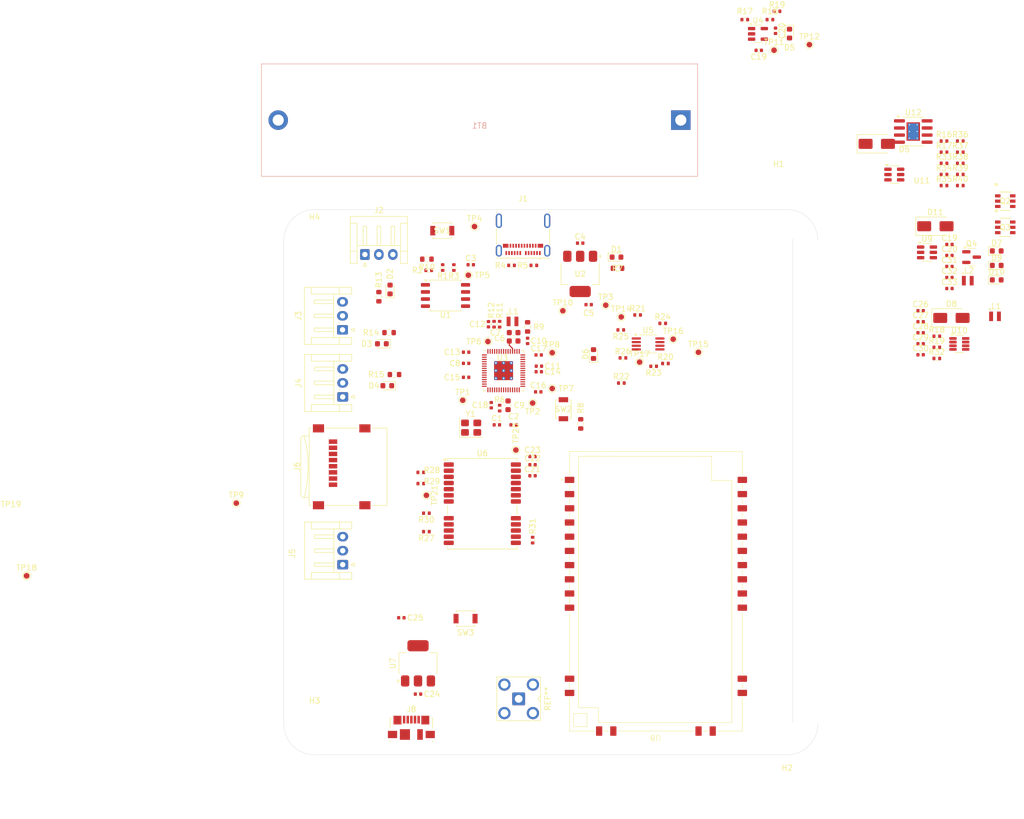
<source format=kicad_pcb>
(kicad_pcb (version 20241229) (generator "pcbnew") (generator_version "9.0")
  (layers (0 "F.Cu" signal) (2 "B.Cu" signal) (13 "F.Paste" user) (15 "B.Paste" user) (5 "F.SilkS" user "F.Silkscreen") (7 "B.SilkS" user "B.Silkscreen") (1 "F.Mask" user) (3 "B.Mask" user) (25 "Edge.Cuts" user))
  (net 0 "")
  (net 1 "Net-(D5-K)")
  (net 2 "+5V")
  (net 3 "B+")
  (net 4 "Net-(U4-STAT)")
  (net 5 "Net-(U4-PROG)")
  (net 8 "+3V3")
  (net 9 "Net-(D4-K)")
  (net 10 "TX2")
  (net 11 "+1V1")
  (net 12 "/MCU/VREG_LX")
  (net 13 "Net-(D1-K)")
  (net 14 "Net-(D10-K)")
  (net 15 "Net-(D10-A)")
  (net 16 "/MCU/XIN")
  (net 17 "Net-(D9-K)")
  (net 18 "Net-(D9-A)")
  (net 19 "Net-(J1-CC2)")
  (net 20 "VDD_USB")
  (net 21 "VBUS2")
  (net 22 "Net-(D6-K)")
  (net 23 "Net-(D7-K)")
  (net 24 "Net-(U3-USB_DM)")
  (net 25 "USB_D-")
  (net 26 "SWD")
  (net 27 "Net-(C2-Pad2)")
  (net 28 "/MCU/XOUT")
  (net 29 "Net-(U12-~{CHRG})")
  (net 30 "/MCU/GPIO0")
  (net 31 "/MCU/FLASH_SS")
  (net 32 "Net-(U11-VCC)")
  (net 33 "Net-(D11-K)")
  (net 34 "USB_DP")
  (net 35 "Net-(U6-USB_DP)")
  (net 36 "Battery")
  (net 37 "Net-(R18-Pad2)")
  (net 38 "Net-(R27-Pad1)")
  (net 39 "Net-(U6-~{RESET})")
  (net 40 "Net-(U12-PROG)")
  (net 41 "Net-(U12-~{STDBY})")
  (net 50 "/MCU/VREG_AVDD")
  (net 51 "Net-(J1-CC1)")
  (net 55 "Net-(U6-USB_DM)")
  (net 56 "Net-(U6-VDD_USB)")
  (net 58 "RF_IN")
  (net 59 "EN")
  (net 63 "GNSS_CS")
  (net 64 "GNSS_SCK")
  (net 65 "GNSS_MISO")
  (net 66 "GNSS_MOSI")
  (net 67 "Net-(D3-K)")
  (net 68 "TX1")
  (net 69 "Net-(U10-IN+)")
  (net 70 "Net-(U10-IN-)")
  (net 71 "SCL")
  (net 72 "SDA")
  (net 73 "TX0")
  (net 74 "RX0")
  (net 75 "Net-(D5-A)")
  (net 76 "Net-(U9-FB)")
  (net 77 "Net-(U9-EN)")
  (net 79 "Net-(Q2-Pad2)")
  (net 80 "Net-(U11-OC)")
  (net 82 "Net-(U11-OD)")
  (net 83 "Net-(D2-K)")
  (net 84 "/MCU/~{USB_BOOT}")
  (net 85 "SWCLK")
  (net 86 "Net-(D6-A)")
  (net 87 "Net-(U5-A2)")
  (net 88 "Net-(U5-A1)")
  (net 89 "Net-(U5-A0)")
  (net 90 "/MCU/QSPI_SS")
  (net 91 "RX2")
  (net 92 "Net-(D8-A2)")
  (net 93 "Net-(D8-A1)")
  (net 94 "USB_DM")
  (net 98 "TX?")
  (net 99 "RX?")
  (net 100 "IO?")
  (net 103 "Net-(AE1-A)")
  (net 119 "Net-(R8-Pad2)")
  (net 122 "RX1")
  (net 127 "SD_MISO")
  (net 128 "SD_CS")
  (net 129 "SD_SCK")
  (net 130 "SD_MOSI")
  (net 131 "Net-(U3-RUN)")
  (net 142 "Net-(U3-USB_DP)")
  (net 143 "/MCU/QSPI_SD3")
  (net 144 "/MCU/QSPI_SCLK")
  (net 145 "/MCU/QSPI_SD0")
  (net 146 "/MCU/QSPI_SD2")
  (net 147 "/MCU/QSPI_SD1")
  (net 148 "Net-(U11-CS)")
  (net 150 "CS1")
  (net 151 "MOSI1")
  (net 152 "SCK1")
  (net 153 "MISO1")
  (net 155 "USB_D+")
  (footprint "Capacitor_SMD:C_0402_1005Metric" (layer "F.Cu") (at 214.89 73.525)
    (property "Reference" "C28")
    (property "Value" "100uF")
  )
  (footprint "LED_SMD:LED_0603_1608Metric" (layer "F.Cu") (at 228.5 58.895)
    (property "Reference" "D7")
    (property "Value" "LED")
  )
  (footprint "Capacitor_SMD:C_0402_1005Metric" (layer "F.Cu") (at 214.89 77.465)
    (property "Reference" "C30")
    (property "Value" "1uF")
  )
  (footprint "Capacitor_SMD:C_0402_1005Metric" (layer "F.Cu") (at 145.48 99.1)
    (property "Reference" "C21")
    (property "Value" "100nF")
  )
  (footprint "TestPoint:TestPoint_Pad_D1.0mm" (layer "F.Cu") (at 161.349999 70.7)
    (property "Reference" "TP14")
    (property "Value" "TestPoint")
  )
  (footprint "Resistor_SMD:R_0402_1005Metric" (layer "F.Cu") (at 169.252499 79.025)
    (property "Reference" "R20")
    (property "Value" "10k")
  )
  (footprint "Diode_SMD:D_SMA" (layer "F.Cu") (at 207.0425 39.745)
    (property "Reference" "D5")
    (property "Value" "SS34")
  )
  (footprint "Connector_JST:JST_EH_S3B-EH_1x03_P2.50mm_Horizontal" (layer "F.Cu") (at 111.5325 85 90)
    (property "Reference" "J4")
    (property "Value" "Cube 2 UART")
  )
  (footprint "LED_SMD:LED_0603_1608Metric" (layer "F.Cu") (at 119.505 83 180)
    (property "Reference" "D4")
    (property "Value" "LED")
  )
  (footprint "Resistor_SMD:R_0402_1005Metric" (layer "F.Cu") (at 168.762499 71.85)
    (property "Reference" "R24")
    (property "Value" "10k")
  )
  (footprint "Capacitor_SMD:C_0402_1005Metric" (layer "F.Cu") (at 220.04 61.675)
    (property "Reference" "C31")
    (property "Value" "4.7uF")
  )
  (footprint "Capacitor_SMD:C_0402_1005Metric" (layer "F.Cu") (at 144.6 74.98 -90)
    (property "Reference" "C10")
    (property "Value" "4u7")
  )
  (footprint "Resistor_SMD:R_0402_1005Metric" (layer "F.Cu") (at 138.6 72 90)
    (property "Reference" "R12")
    (property "Value" "27")
  )
  (footprint "TestPoint:TestPoint_Pad_D1.0mm" (layer "F.Cu") (at 158.575 68.6)
    (property "Reference" "TP3")
    (property "Value" "TestPoint")
  )
  (footprint "Capacitor_SMD:C_0402_1005Metric" (layer "F.Cu") (at 220.04 65.615)
    (property "Reference" "C33")
    (property "Value" "4.7uF")
  )
  (footprint "Connector_JST:JST_EH_S3B-EH_1x03_P2.50mm_Horizontal" (layer "F.Cu") (at 115.5 59.5325)
    (property "Reference" "J2")
    (property "Value" "Cube 0 UART")
  )
  (footprint "LED_SMD:LED_0603_1608Metric" (layer "F.Cu") (at 120 65.7875 90)
    (property "Reference" "D2")
    (property "Value" "LED")
  )
  (footprint "Resistor_SMD:R_0402_1005Metric" (layer "F.Cu") (at 219.0725 41.235)
    (property "Reference" "R17")
    (property "Value" "1k")
  )
  (footprint "Connector_Coaxial:SMA_BAT_Wireless_BWSMA-KWE-Z001" (layer "F.Cu") (at 143 139 180)
    (property "Reference" "REF**")
    (property "Value" "SMA_BAT_Wireless_BWSMA-KWE-Z001")
  )
  (footprint "LED_SMD:LED_0603_1608Metric" (layer "F.Cu") (at 228.5 61.485)
    (property "Reference" "D9")
    (property "Value" "LED")
  )
  (footprint "Resistor_SMD:R_0402_1005Metric" (layer "F.Cu") (at 221.9825 41.235)
    (property "Reference" "R37")
    (property "Value" "1k")
  )
  (footprint "Capacitor_SMD:C_0402_1005Metric" (layer "F.Cu") (at 125 138.15 180)
    (property "Reference" "C24")
    (property "Value" "10uF")
  )
  (footprint "Resistor_SMD:R_0603_1608Metric" (layer "F.Cu") (at 144.6 72.48 -90)
    (property "Reference" "R9")
    (property "Value" "33")
  )
  (footprint "Resistor_SMD:R_0402_1005Metric" (layer "F.Cu") (at 217.78 76.135)
    (property "Reference" "R19")
    (property "Value" "10k")
  )
  (footprint "Capacitor_SMD:C_0603_1608Metric" (layer "F.Cu") (at 142.1 75)
    (property "Reference" "C6")
    (property "Value" "4u7")
  )
  (footprint "Resistor_SMD:R_0402_1005Metric" (layer "F.Cu") (at 161.262499 73.025 180)
    (property "Reference" "R25")
    (property "Value" "4.7k")
  )
  (footprint "Package_TO_SOT_SMD:SOT-23" (layer "F.Cu") (at 224 60)
    (property "Reference" "Q4")
    (property "Value" "IRLML6401")
  )
  (footprint "Resistor_SMD:R_0402_1005Metric" (layer "F.Cu") (at 145.715 61.48)
    (property "Reference" "R5")
    (property "Value" "5k1")
  )
  (footprint "Resistor_SMD:R_0402_1005Metric" (layer "F.Cu") (at 217.78 74.145)
    (property "Reference" "R18")
    (property "Value" "10k")
  )
  (footprint "Capacitor_SMD:C_0402_1005Metric" (layer "F.Cu") (at 145.48 97.129999)
    (property "Reference" "C22")
    (property "Value" "1uF")
  )
  (footprint "TestPoint:TestPoint_Pad_D1.0mm" (layer "F.Cu") (at 134 63.23)
    (property "Reference" "TP5")
    (property "Value" "TestPoint")
  )
  (footprint "E32-433T37_Module:E32-433T37_Module" (layer "F.Cu") (at 168.9575 129.969999 180)
    (property "Reference" "U8")
    (property "Value" "~")
  )
  (footprint "Resistor_SMD:R_0402_1005Metric" (layer "F.Cu") (at 219.0725 45.215)
    (property "Reference" "R34")
    (property "Value" "1k")
  )
  (footprint "LED_SMD:LED_0603_1608Metric" (layer "F.Cu") (at 118.5375 75.5 180)
    (property "Reference" "D3")
    (property "Value" "LED")
  )
  (footprint "Package_TO_SOT_SMD:SOT-23-6" (layer "F.Cu") (at 216.03 59.15)
    (property "Reference" "U9")
    (property "Value" "MT3608")
  )
  (footprint "Resistor_SMD:R_0402_1005Metric" (layer "F.Cu") (at 221.9825 43.225)
    (property "Reference" "R38")
    (property "Value" "1k")
  )
  (footprint "Button_Switch_SMD:SW_SPST_B3U-1000P" (layer "F.Cu") (at 151.000001 87.199999 90)
    (property "Reference" "SW2")
    (property "Value" "SW_Push")
  )
  (footprint "Resistor_SMD:R_0603_1608Metric" (layer "F.Cu") (at 120.7925 81 180)
    (property "Reference" "R15")
    (property "Value" "1k")
  )
  (footprint "Resistor_SMD:R_0402_1005Metric" (layer "F.Cu") (at 145.5 110.609999 -90)
    (property "Reference" "R31")
    (property "Value" "10k")
  )
  (footprint "Capacitor_SMD:C_0402_1005Metric" (layer "F.Cu") (at 155.52 68.5)
    (property "Reference" "C5")
    (property "Value" "10u")
  )
  (footprint "Resistor_SMD:R_0402_1005Metric" (layer "F.Cu") (at 126.499999 109.1 180)
    (property "Reference" "R27")
    (property "Value" "1k")
  )
  (footprint "Resistor_SMD:R_0402_1005Metric" (layer "F.Cu") (at 183.4375 17.525 180)
    (property "Reference" "R17")
    (property "Value" "2k")
  )
  (footprint "LED_SMD:LED_0603_1608Metric" (layer "F.Cu") (at 228.5 64.075)
    (property "Reference" "D10")
    (property "Value" "LED")
  )
  (footprint "Resistor_SMD:R_0402_1005Metric" (layer "F.Cu") (at 125.49 98.499999 180)
    (property "Reference" "R28")
    (property "Value" "27")
  )
  (footprint "MountingHole:MountingHole_3.2mm_M3" (layer "F.Cu") (at 191 155.5)
    (property "Reference" "H2")
    (property "Value" "MountingHole")
  )
  (footprint "Capacitor_SMD:C_0402_1005Metric" (layer "F.Cu") (at 214.89 75.495)
    (property "Reference" "C29")
    (property "Value" "1uF")
  )
  (footprint "Resistor_SMD:R_0402_1005Metric" (layer "F.Cu") (at 126.499999 105.799999 180)
    (property "Reference" "R30")
    (property "Value" "10k")
  )
  (footprint "Connector_USB:USB_C_Receptacle_Molex_105450-0101" (layer "F.Cu") (at 143.785 56.055 180)
    (property "Reference" "J1")
    (property "Value" "USB_C_Receptacle_USB2.0_16P")
  )
  (footprint "Package_TO_SOT_SMD:SOT-223-3_TabPin2" (layer "F.Cu") (at 125 132.65 90)
    (property "Reference" "U7")
    (property "Value" "AMS1117-3.3")
  )
  (footprint "Capacitor_SMD:C_0402_1005Metric" (layer "F.Cu") (at 146.5 84.1)
    (property "Reference" "C16")
    (property "Value" "100n")
  )
  (footprint "MountingHole:MountingHole_3.2mm_M3" (layer "F.Cu") (at 106.5 57)
    (property "Reference" "H4")
    (property "Value" "MountingHole")
  )
  (footprint "Resistor_SMD:R_0402_1005Metric" (layer "F.Cu") (at 125.499999 100.499999 180)
    (property "Reference" "R29")
    (property "Value" "27")
  )
  (footprint "LED_SMD:LED_0603_1608Metric" (layer "F.Cu") (at 191.4375 20.025 -90)
    (property "Reference" "D5")
    (property "Value" "LED")
  )
  (footprint "TestPoint:TestPoint_Pad_D1.0mm" (layer "F.Cu") (at 175.149999 77.025)
    (property "Reference" "TP15")
    (property "Value" "TestPoint")
  )
  (footprint "Capacitor_SMD:C_0402_1005Metric" (layer "F.Cu") (at 220.04 59.705)
    (property "Reference" "C20")
    (property "Value" "4.7uF")
  )
  (footprint "TestPoint:TestPoint_Pad_D1.0mm" (layer "F.Cu") (at 135.1 54.535)
    (property "Reference" "TP4")
    (property "Value" "TestPoint")
  )
  (footprint "428_here:SOT-23-6L_TCP" (layer "F.Cu") (at 230.024 54.6745)
    (property "Reference" "Q3")
    (property "Value" "FS8205A")
  )
  (footprint "Resistor_SMD:R_0603_1608Metric" (layer "F.Cu") (at 154.100001 89.825 90)
    (property "Reference" "R8")
    (property "Value" "1k")
  )
  (footprint "Capacitor_SMD:C_0402_1005Metric" (layer "F.Cu") (at 220.04 57.735)
    (property "Reference" "C19")
    (property "Value" "4.7uF")
  )
  (footprint "Resistor_SMD:R_0402_1005Metric" (layer "F.Cu") (at 219.0725 47.205)
    (property "Reference" "R35")
    (property "Value" "1k")
  )
  (footprint "Capacitor_SMD:C_0402_1005Metric" (layer "F.Cu") (at 122.02 124.5 180)
    (property "Reference" "C25")
    (property "Value" "10uF")
  )
  (footprint "Resistor_SMD:R_0402_1005Metric" (layer "F.Cu") (at 189.2025 16.035)
    (property "Reference" "R19")
    (property "Value" "100k")
  )
  (footprint "Package_SO:SOIC-8-1EP_3.9x4.9mm_P1.27mm_EP2.41x3.3mm_ThermalVias" (layer "F.Cu") (at 213.5725 37.54)
    (property "Reference" "U12")
    (property "Value" "TP4056-42-ESOP8")
  )
  (footprint "Resistor_SMD:R_0402_1005Metric" (layer "F.Cu") (at 139.6 71.999999 90)
    (property "Reference" "R11")
    (property "Value" "27")
  )
  (footprint "Connector_USB:USB_Micro-B_Molex_47346-0001" (layer "F.Cu") (at 123.8125 144.175)
    (property "Reference" "J8")
    (property "Value" "USB_B_Micro")
  )
  (footprint "Capacitor_SMD:C_0402_1005Metric" (layer "F.Cu") (at 138.1 86.48 -90)
    (property "Reference" "C18")
    (property "Value" "100n")
  )
  (footprint "RP2350_60QFN_minimal:RP2350-QFN-60-1EP_7x7_P0.4mm_EP3.4x3.4mm_ThermalVias" (layer "F.Cu") (at 140.3 80.3)
    (property "Reference" "U3")
    (property "Value" "RP2350_60QFN")
  )
  (footprint "Capacitor_SMD:C_0402_1005Metric" (layer "F.Cu") (at 154 57.5)
    (property "Reference" "C4")
    (property "Value" "10u")
  )
  (footprint "LED_SMD:LED_0603_1608Metric" (layer "F.Cu") (at 156.3875 77.335 90)
    (property "Reference" "D6")
    (property "Value" "LED")
  )
  (footprint "TestPoint:TestPoint_Pad_D1.0mm" (layer "F.Cu") (at 195 22)
    (property "Reference" "TP12")
    (property "Value" "TestPoint")
  )
  (footprint "Resistor_SMD:R_0402_1005Metric" (layer "F.Cu") (at 221.9825 39.245)
    (property "Reference" "R36")
    (property "Value" "1k")
  )
  (footprint "Connector_Card:microSD_HC_Wuerth_693072010801" (layer "F.Cu") (at 111.35 97.5 90)
    (property "Reference" "J6")
    (property "Value" "Micro_SD_Card")
  )
  (footprint "Capacitor_SMD:C_0402_1005Metric" (layer "F.Cu") (at 134.4325 61.365)
    (property "Reference" "C3")
    (property "Value" "100n")
  )
  (footprint "Resistor_SMD:R_0402_1005Metric" (layer "F.Cu") (at 141.725 61.48 180)
    (property "Reference" "R4")
    (property "Value" "5k1")
  )
  (footprint "Resistor_SMD:R_0402_1005Metric" (layer "F.Cu") (at 187.9375 17.525 180)
    (property "Reference" "R16")
    (property "Value" "1k")
  )
  (footprint "TestPoint:TestPoint_Pad_D1.0mm" (layer "F.Cu") (at 92.5 104)
    (property "Reference" "TP9")
    (property "Value" "TestPoint")
  )
  (footprint "Capacitor_SMD:C_0402_1005Metric" (layer "F.Cu") (at 146.6 80.500001)
    (property "Reference" "C14")
    (property "Value" "100n")
  )
  (footprint "TestPoint:TestPoint_Pad_D1.0mm" (layer "F.Cu") (at 150.9 69.6)
    (property "Reference" "TP10")
    (property "Value" "TestPoint")
  )
  (footprint "Resistor_SMD:R_0402_1005Metric" (layer "F.Cu") (at 219.0725 39.245)
    (property "Reference" "R16")
    (property "Value" "1k")
  )
  (footprint "Package_TO_SOT_SMD:SOT-223-3_TabPin2" (layer "F.Cu") (at 154 63 -90)
    (property "Reference" "U2")
    (property "Value" "AMS1117-3.3")
  )
  (footprint "Resistor_SMD:R_0402_1005Metric" (layer "F.Cu") (at 164.272499 70.35)
    (property "Reference" "R21")
    (property "Value" "10k")
  )
  (footprint "Capacitor_SMD:C_0402_1005Metric" (layer "F.Cu") (at 214.89 69.585)
    (property "Reference" "C26")
    (property "Value" "22uF")
  )
  (footprint "Resistor_SMD:R_0603_1608Metric" (layer "F.Cu") (at 118 67.075 90)
    (property "Reference" "R13")
    (property "Value" "1k")
  )
  (footprint "TestPoint:TestPoint_Pad_D1.0mm" (layer "F.Cu") (at 137.5 75.1)
    (property "Reference" "TP6")
    (property "Value" "TestPoint")
  )
  (footprint "Resistor_SMD:R_0603_1608Metric" (layer "F.Cu") (at 119.825 73.5 180)
    (property "Reference" "R14")
    (property "Value" "1k")
  )
  (footprint "TestPoint:TestPoint_Pad_D1.0mm" (layer "F.Cu") (at 170.637499 74.675)
    (property "Reference" "TP16")
    (property "Value" "TestPoint")
  )
  (footprint "Resistor_SMD:R_0402_1005Metric" (layer "F.Cu") (at 161.362499 82.525)
    (property "Reference" "R22")
    (property "Value" "10k")
  )
  (footprint "Package_SO:MSOP-8_3x3mm_P0.65mm" (layer "F.Cu") (at 166.149999 75.525)
    (property "Reference" "U5")
    (property "Value" "MCP9808_MSOP")
  )
  (footprint "Resistor_SMD:R_0402_1005Metric" (layer "F.Cu") (at 129.4125 61.865 90)
    (property "Reference" "R1")
    (property "Value" "DNF")
  )
  (footprint "Capacitor_SMD:C_0402_1005Metric" (layer "F.Cu") (at 146.580001 77.5)
    (property "Reference" "C17")
    (property "Value" "100n")
  )
  (footprint "Resistor_SMD:R_0402_1005Metric" (layer "F.Cu") (at 126.9125 62.365)
    (property "Reference" "R2")
    (property "Value" "0")
  )
  (footprint "RF_GPS:ublox_NEO" (layer "F.Cu") (at 136.5 104.1)
    (property "Reference" "U6")
    (property "Value" "NEO-M8N")
  )
  (footprint "Capacitor_SMD:C_0402_1005Metric" (layer "F.Cu") (at 142.099999 90 180)
    (property "Reference" "C2")
    (property "Value" "15p")
  )
  (footprint "TestPoint:TestPoint_Pad_D1.0mm" (layer "F.Cu") (at 126.499999 102.6 -90)
    (property "Reference" "TP21")
    (property "Value" "TestPoint")
  )
  (footprint "Resistor_SMD:R_0402_1005Metric" (layer "F.Cu") (at 217.78 78.125)
    (property "Reference" "R32")
    (property "Value" "10k")
  )
  (footprint "Capacitor_SMD:C_0402_1005Metric" (layer "F.Cu") (at 185.9375 23.025 180)
    (property "Reference" "C19")
    (property "Value" "4.7uF")
  )
  (footprint "TestPoint:TestPoint_Pad_D1.0mm" (layer "F.Cu") (at 55 117)
    (property "Reference" "TP19")
    (property "Value" "TestPoint")
  )
  (footprint "Capacitor_SMD:C_0402_1005Metric" (layer "F.Cu") (at 139.1 90)
    (property "Reference" "C1")
    (property "Value" "15p")
  )
  (footprint "Capacitor_SMD:C_0402_1005Metric" (layer "F.Cu") (at 137.6 72 90)
    (property "Reference" "C12")
    (property "Value" "100n")
  )
  (footprint "Resistor_SMD:R_0603_1608Metric" (layer "F.Cu") (at 126.5875 60.365 180)
    (property "Reference" "R10")
    (property "Value" "1k")
  )
  (footprint "Connector_JST:JST_EH_S3B-EH_1x03_P2.50mm_Horizontal" (layer "F.Cu") (at 111.5 73 90)
    (property "Reference" "J3")
    (property "Value" "Cube 1 UART")
  )
  (footprint "TestPoint:TestPoint_Pad_D1.0mm" (layer "F.Cu") (at 149 83.5)
    (property "Reference" "TP7")
    (property "Value" "TestPoint")
  )
  (footprint "TestPoint:TestPoint_Pad_D1.0mm" (layer "F.Cu") (at 142.5 94.499999 -90)
    (property "Reference" "TP20")
    (property "Value" "TestPoint")
  )
  (footprint "Capacitor_SMD:C_0402_1005Metric" (layer "F.Cu") (at 145.48 95.659999)
    (property "Reference" "C23")
    (property "Value" "10uF")
  )
  (footprint "Capacitor_SMD:C_0402_1005Metric" (layer "F.Cu") (at 214.89 71.555)
    (property "Reference" "C27")
    (property "Value" "100nF")
  )
  (footprint "Resistor_SMD:R_0402_1005Metric" (layer "F.Cu") (at 221.9825 45.215)
    (property "Reference" "R39")
    (property "Value" "1k")
  )
  (footprint "TestPoint:TestPoint_Pad_D1.0mm" (layer "F.Cu") (at 133 85.599999)
    (property "Reference" "TP1")
    (property "Value" "TestPoint")
  )
  (footprint "428_here:SOT-23-6L_TCP" (layer "F.Cu") (at 230.024 49.9915)
    (property "Reference" "Q2")
    (property "Value" "FS8205A")
  )
  (footprint "Capacitor_SMD:C_0402_1005Metric" (layer "F.Cu") (at 146.619999 79.5)
    (property "Reference" "C11")
    (property "Value" "100n")
  )
  (footprint "Resistor_SMD:R_0402_1005Metric" (layer "F.Cu") (at 219.0725 43.225)
    (property "Reference" "R33")
    (property "Value" "1k")
  )
  (footprint "Resistor_SMD:R_0603_1608Metric" (layer "F.Cu") (at 160.675 62)
    (property "Reference" "R7")
    (property "Value" "1k5")
  )
  (footprint "Resistor_SMD:R_0402_1005Metric" (layer "F.Cu") (at 167.139999 79.525 180)
    (property "Reference" "R23")
    (property "Value" "10k")
  )
  (footprint "MountingHole:MountingHole_3.2mm_M3" (layer "F.Cu") (at 189.5 47.5)
    (property "Reference" "H1")
    (property "Value" "MountingHole")
  )
  (footprint "Package_TO_SOT_SMD:SOT-23-5" (layer "F.Cu") (at 185.8 20.075)
    (property "Reference" "U4")
    (property "Value" "MCP73831-2-OT")
  )
  (footprint "Resistor_SMD:R_0402_1005Metric" (layer "F.Cu") (at 221.9825 47.205)
    (property "Reference" "R40")
    (property "Value" "100k")
  )
  (footprint "RP2350_60QFN_minimal:L_pol_2016" (layer "F.Cu") (at 223.32 64.211421)
    (property "Reference" "L2")
    (property "Value" "3.3u")
  )
  (footprint "Package_TO_SOT_SMD:SOT-23-6" (layer "F.Cu") (at 210.18 45.235)
    (property "Reference" "U11")
    (property "Value" "DW01A")
  )
  (footprint "TestPoint:TestPoint_Pad_D1.0mm" (layer "F.Cu") (at 149 77.099999)
    (property "Reference" "TP8")
    (property "Value" "TestPoint")
  )
  (footprint "TestPoint:TestPoint_Pad_D1.0mm" (layer "F.Cu") (at 164.637499 78.775)
    (property "Reference" "TP17")
    (property "Value" "TestPoint")
  )
  (footprint "LED_SMD:LED_0603_1608Metric" (layer "F.Cu") (at 160.5 60)
    (property "Reference" "D1")
    (property "Value" "GREEN")
  )
  (footprint "Connector_JST:JST_EH_S3B-EH_1x03_P2.50mm_Horizontal" (layer "F.Cu") (at 111.5325 115 90)
    (property "Reference" "J5")
    (property "Value" "JST Debug Connector")
  )
  (footprint "Capacitor_SMD:C_0603_1608Metric" (layer "F.Cu") (at 142.1 73.500001)
    (property "Reference" "C7")
    (property "Value" "4u7")
  )
  (footprint "Resistor_SMD:R_0402_1005Metric" (layer "F.Cu") (at 139.6 87 90)
    (property "Reference" "R6")
    (property "Value" "1k")
  )
  (footprint "TestPoint:TestPoint_Pad_D1.0mm" (layer "F.Cu") (at 145.5 86.1)
    (property "Reference" "TP2")
    (property "Value" "TestPoint")
  )
  (footprint "Capacitor_SMD:C_0402_1005Metric" (layer "F.Cu") (at 220.04 63.645)
    (property "Reference" "C32")
    (property "Value" "4.7uF")
  )
  (footprint "RP2350_60QFN_minimal:L_pol_2016" (layer "F.Cu") (at 228.19 70.591421)
    (property "Reference" "L1")
    (property "Value" "3.3u")
  )
  (footprint "Capacitor_SMD:C_0402_1005Metric" (layer "F.Cu") (at 133.6 81.5 180)
    (property "Reference" "C15")
    (property "Value" "100n")
  )
  (footprint "MountingHole:MountingHole_3.2mm_M3" (layer "F.Cu") (at 106.5 143.5)
    (property "Reference" "H3")
    (property "Value" "MountingHole")
  )
  (footprint "Button_Switch_SMD:SW_SPST_B3U-1000P" (layer "F.Cu") (at 129.3375 55.265 180)
    (property "Reference" "SW1")
    (property "Value" "SW_Push")
  )
  (footprint "Capacitor_SMD:C_0402_1005Metric" (layer "F.Cu") (at 133.6 79 180)
    (property "Reference" "C8")
    (property "Value" "100n")
  )
  (footprint "Capacitor_SMD:C_0402_1005Metric" (layer "F.Cu") (at 188.9375 19.525 -90)
    (property "Reference" "C20")
    (property "Value" "4.7uF")
  )
  (footprint "Package_TO_SOT_SMD:SOT-23-8" (layer "F.Cu") (at 221.81 75.525)
    (property "Reference" "U10")
    (property "Value" "INA219AxDCN")
  )
  (footprint "TestPoint:TestPoint_Pad_D1.0mm" (layer "F.Cu") (at 188.675 23)
    (property "Reference" "TP11")
    (property "Value" "TestPoint")
  )
  (footprint "Crystal:Crystal_SMD_Abracon_ABM8G-4Pin_3.2x2.5mm" (layer "F.Cu") (at 134.5 90.499999)
    (property "Reference" "Y1")
    (property "Value" "ABM8_262_T3")
  )
  (footprint "Diode_SMD:D_SMA" (layer "F.Cu") (at 220.395 70.875)
    (property "Reference" "D8")
    (property "Value" "SMAJ6.0CA")
  )
  (footprint "Button_Switch_SMD:SW_SPST_B3U-1000P" (layer "F.Cu") (at 133.5 124.65 180)
    (property "Reference" "SW3")
    (property "Value" "SW_Push")
  )
  (footprint "Diode_SMD:D_SMA" (layer "F.Cu") (at 217.525 54.475)
    (property "Reference" "D11")
    (property "Value" "SS24")
  )
  (footprint "Resistor_SMD:R_0402_1005Metric" (layer "F.Cu") (at 131.4125 61.865 90)
    (property "Reference" "R3")
    (property "Value" "10k")
  )
  (footprint "Capacitor_SMD:C_0402_1005Metric" (layer "F.Cu") (at 133.6 77 180)
    (property "Reference" "C13")
    (property "Value" "100n")
  )
  (footprint "TestPoint:TestPoint_Pad_D1.0mm" (layer "F.Cu") (at 55 117)
    (property "Reference" "TP18")
    (property "Value" "TestPoint")
  )
  (footprint "Package_SO:SOIC-8_5.3x5.3mm_P1.27mm" (layer "F.Cu") (at 129.9125 66.865)
    (property "Reference" "U1")
    (property "Value" "W25Q128JVS")
  )
  (footprint "Resistor_SMD:R_0402_1005Metric" (layer "F.Cu") (at 161.649999 78.025)
    (property "Reference" "R26")
    (property "Value" "1k")
  )
  (footprint "Capacitor_SMD:C_0603_1608Metric" (layer "F.Cu") (at 141.1 86.500001 -90)
    (property "Reference" "C9")
    (property "Value" "4u7")
  )
  (footprint "RP2350_60QFN_minimal:L_pol_2016" (layer "F.Cu") (at 141.9 71.499999)
    (property "Reference" "L1")
    (property "Value" "3.3u")
  )
  (footprint "18650_2:BatteryHolder_MPD_BH-18650-PC2" (layer "B.Cu") (at 172 35.5 180)
    (property "Reference" "BT1")
    (property "Value" "Battery_Cell")
  )
  (gr_arc (start 196.5 143.5) (mid 194.889087 147.389087) (end 191 149) (stroke (width 0.05)) (layer "Edge.Cuts"))
  (gr_arc (start 101 57) (mid 102.610913 53.110913) (end 106.5 51.5) (stroke (width 0.05)) (layer "Edge.Cuts"))
  (gr_arc (start 106.5 149) (mid 102.610913 147.389087) (end 101 143.5) (stroke (width 0.05)) (layer "Edge.Cuts"))
  (gr_line (start 191 51.5) (end 106.5 51.5) (stroke (width 0.05)) (layer "Edge.Cuts"))
  (gr_line (start 192 143.25) (end 192 56.75) (stroke (width 0.05)) (layer "Edge.Cuts"))
  (gr_arc (start 191 51.5) (mid 194.889087 53.110913) (end 196.5 57) (stroke (width 0.05)) (layer "Edge.Cuts"))
  (gr_line (start 101 57) (end 101 143.5) (stroke (width 0.05)) (layer "Edge.Cuts"))
  (gr_line (start 106.5 149) (end 191 149) (stroke (width 0.05)) (layer "Edge.Cuts"))
  (segment (start 141.325 75.000001) (end 141.325 75.752226) (width 0.2) (layer "F.Cu") (net 8))
  (segment (start 141.325 75.752226) (end 141.901 76.328226) (width 0.2) (layer "F.Cu") (net 8))
  (segment (start 141.899999 76.8625) (end 141.9 76.329226) (width 0.2) (layer "F.Cu") (net 8))
  (segment (start 141.9 76.329226) (end 141.901 76.328226) (width 0.2) (layer "F.Cu") (net 8))
)
</source>
